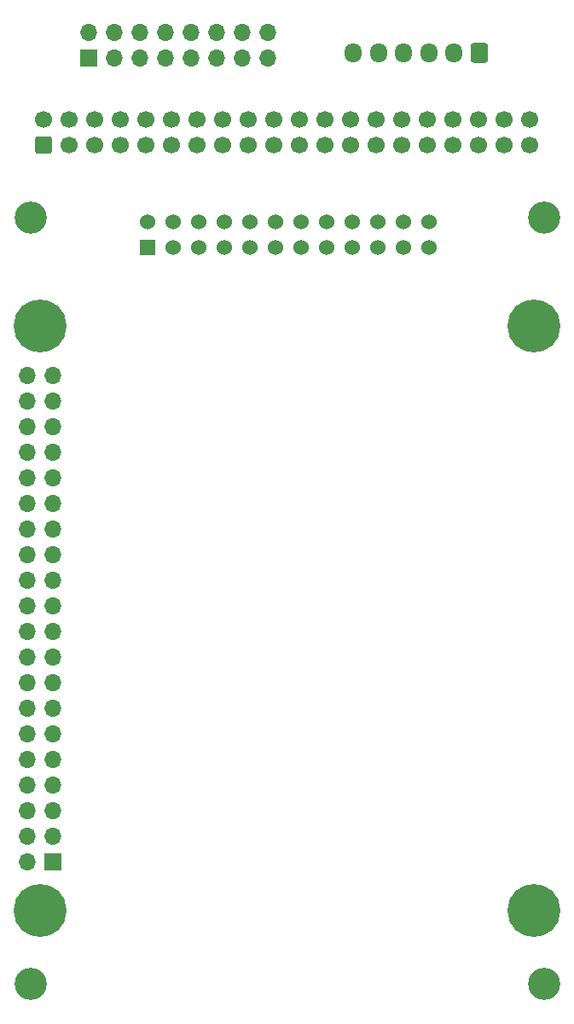
<source format=gbr>
%TF.GenerationSoftware,KiCad,Pcbnew,(6.0.7)*%
%TF.CreationDate,2022-09-25T22:42:40-04:00*%
%TF.ProjectId,Input_Adapter,496e7075-745f-4416-9461-707465722e6b,v4*%
%TF.SameCoordinates,Original*%
%TF.FileFunction,Soldermask,Bot*%
%TF.FilePolarity,Negative*%
%FSLAX46Y46*%
G04 Gerber Fmt 4.6, Leading zero omitted, Abs format (unit mm)*
G04 Created by KiCad (PCBNEW (6.0.7)) date 2022-09-25 22:42:40*
%MOMM*%
%LPD*%
G01*
G04 APERTURE LIST*
G04 Aperture macros list*
%AMRoundRect*
0 Rectangle with rounded corners*
0 $1 Rounding radius*
0 $2 $3 $4 $5 $6 $7 $8 $9 X,Y pos of 4 corners*
0 Add a 4 corners polygon primitive as box body*
4,1,4,$2,$3,$4,$5,$6,$7,$8,$9,$2,$3,0*
0 Add four circle primitives for the rounded corners*
1,1,$1+$1,$2,$3*
1,1,$1+$1,$4,$5*
1,1,$1+$1,$6,$7*
1,1,$1+$1,$8,$9*
0 Add four rect primitives between the rounded corners*
20,1,$1+$1,$2,$3,$4,$5,0*
20,1,$1+$1,$4,$5,$6,$7,0*
20,1,$1+$1,$6,$7,$8,$9,0*
20,1,$1+$1,$8,$9,$2,$3,0*%
G04 Aperture macros list end*
%ADD10O,1.700000X1.700000*%
%ADD11R,1.700000X1.700000*%
%ADD12C,5.250000*%
%ADD13C,3.200000*%
%ADD14R,1.530000X1.530000*%
%ADD15C,1.530000*%
%ADD16RoundRect,0.250000X0.600000X-0.600000X0.600000X0.600000X-0.600000X0.600000X-0.600000X-0.600000X0*%
%ADD17C,1.700000*%
%ADD18RoundRect,0.250000X0.600000X0.725000X-0.600000X0.725000X-0.600000X-0.725000X0.600000X-0.725000X0*%
%ADD19O,1.700000X1.950000*%
G04 APERTURE END LIST*
D10*
%TO.C,J1*%
X103660000Y-68140000D03*
X106200000Y-68140000D03*
X103660000Y-70680000D03*
X106200000Y-70680000D03*
X103660000Y-73220000D03*
X106200000Y-73220000D03*
X103660000Y-75760000D03*
X106200000Y-75760000D03*
X103660000Y-78300000D03*
X106200000Y-78300000D03*
X103660000Y-80840000D03*
X106200000Y-80840000D03*
X103660000Y-83380000D03*
X106200000Y-83380000D03*
X103660000Y-85920000D03*
X106200000Y-85920000D03*
X103660000Y-88460000D03*
X106200000Y-88460000D03*
X103660000Y-91000000D03*
X106200000Y-91000000D03*
X103660000Y-93540000D03*
X106200000Y-93540000D03*
X103660000Y-96080000D03*
X106200000Y-96080000D03*
X103660000Y-98620000D03*
X106200000Y-98620000D03*
X103660000Y-101160000D03*
X106200000Y-101160000D03*
X103660000Y-103700000D03*
X106200000Y-103700000D03*
X103660000Y-106240000D03*
X106200000Y-106240000D03*
X103660000Y-108780000D03*
X106200000Y-108780000D03*
X103660000Y-111320000D03*
X106200000Y-111320000D03*
X103660000Y-113860000D03*
X106200000Y-113860000D03*
X103660000Y-116400000D03*
D11*
X106200000Y-116400000D03*
D12*
X153930000Y-121270000D03*
X104930000Y-121270000D03*
X153930000Y-63270000D03*
X104930000Y-63270000D03*
%TD*%
D11*
%TO.C,J5*%
X109775000Y-36715000D03*
D10*
X109775000Y-34175000D03*
X112315000Y-36715000D03*
X112315000Y-34175000D03*
X114855000Y-36715000D03*
X114855000Y-34175000D03*
X117395000Y-36715000D03*
X117395000Y-34175000D03*
X119935000Y-36715000D03*
X119935000Y-34175000D03*
X122475000Y-36715000D03*
X122475000Y-34175000D03*
X125015000Y-36715000D03*
X125015000Y-34175000D03*
X127555000Y-36715000D03*
X127555000Y-34175000D03*
%TD*%
D13*
%TO.C,H1*%
X155000000Y-128500000D03*
%TD*%
D14*
%TO.C,J2*%
X115630000Y-55470000D03*
D15*
X115630000Y-52930000D03*
X118170000Y-55470000D03*
X118170000Y-52930000D03*
X120710000Y-55470000D03*
X120710000Y-52930000D03*
X123250000Y-55470000D03*
X123250000Y-52930000D03*
X125790000Y-55470000D03*
X125790000Y-52930000D03*
X128330000Y-55470000D03*
X128330000Y-52930000D03*
X130870000Y-55470000D03*
X130870000Y-52930000D03*
X133410000Y-55470000D03*
X133410000Y-52930000D03*
X135950000Y-55470000D03*
X135950000Y-52930000D03*
X138490000Y-55470000D03*
X138490000Y-52930000D03*
X141030000Y-55470000D03*
X141030000Y-52930000D03*
X143570000Y-55470000D03*
X143570000Y-52930000D03*
%TD*%
D13*
%TO.C,H2*%
X104000000Y-52500000D03*
%TD*%
%TO.C,H3*%
X155000000Y-52500000D03*
%TD*%
D16*
%TO.C,J3*%
X105270000Y-45302500D03*
D17*
X105270000Y-42762500D03*
X107810000Y-45302500D03*
X107810000Y-42762500D03*
X110350000Y-45302500D03*
X110350000Y-42762500D03*
X112890000Y-45302500D03*
X112890000Y-42762500D03*
X115430000Y-45302500D03*
X115430000Y-42762500D03*
X117970000Y-45302500D03*
X117970000Y-42762500D03*
X120510000Y-45302500D03*
X120510000Y-42762500D03*
X123050000Y-45302500D03*
X123050000Y-42762500D03*
X125590000Y-45302500D03*
X125590000Y-42762500D03*
X128130000Y-45302500D03*
X128130000Y-42762500D03*
X130670000Y-45302500D03*
X130670000Y-42762500D03*
X133210000Y-45302500D03*
X133210000Y-42762500D03*
X135750000Y-45302500D03*
X135750000Y-42762500D03*
X138290000Y-45302500D03*
X138290000Y-42762500D03*
X140830000Y-45302500D03*
X140830000Y-42762500D03*
X143370000Y-45302500D03*
X143370000Y-42762500D03*
X145910000Y-45302500D03*
X145910000Y-42762500D03*
X148450000Y-45302500D03*
X148450000Y-42762500D03*
X150990000Y-45302500D03*
X150990000Y-42762500D03*
X153530000Y-45302500D03*
X153530000Y-42762500D03*
%TD*%
D18*
%TO.C,J4*%
X148500000Y-36200000D03*
D19*
X146000000Y-36200000D03*
X143500000Y-36200000D03*
X141000000Y-36200000D03*
X138500000Y-36200000D03*
X136000000Y-36200000D03*
%TD*%
D13*
%TO.C,H4*%
X104000000Y-128500000D03*
%TD*%
M02*

</source>
